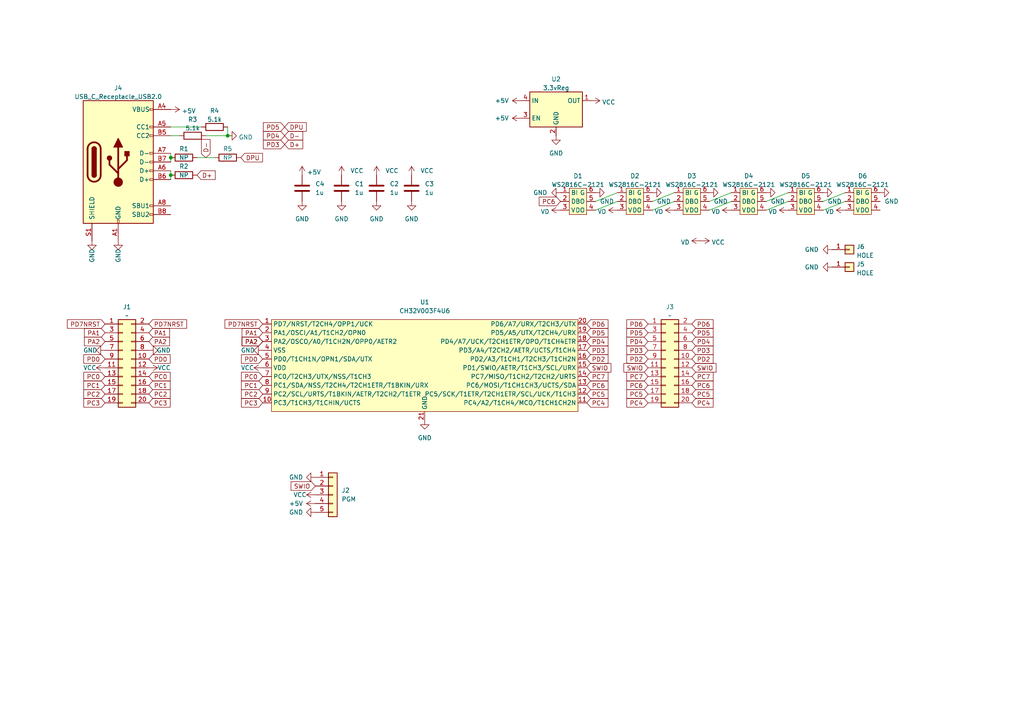
<source format=kicad_sch>
(kicad_sch (version 20211123) (generator eeschema)
  (paper "A4")
  (lib_symbols
    (symbol "CH32V003F4U6:CH32V003F4U6"
      (property "Reference" "U" (at 0 0 0))
      (property "Value" "CH32V003F4U6" (at 0 3.81 0))
      (symbol "CH32V003F4U6_0_1"
        (rectangle (start -44.45 12.7) (end 44.45 -13.97) (fill (type background)))
      )
      (symbol "CH32V003F4U6_1_1"
        (pin bidirectional line (at -46.99 11.43 0) (length 2.54) (name "PD7/NRST/T2CH4/OPP1/UCK") (number "1"))
        (pin bidirectional line (at -46.99 -11.43 0) (length 2.54) (name "PC3/T1CH3/T1CHIN/UCTS") (number "10"))
        (pin bidirectional line (at 46.99 -11.43 180) (length 2.54) (name "PC4/A2/T1CH4/MCO/T1CH1CH2N") (number "11"))
        (pin bidirectional line (at 46.99 -8.89 180) (length 2.54) (name "PC5/SCK/T1ETR/T2CH1ETR/SCL/UCK/T1CH3") (number "12"))
        (pin bidirectional line (at 46.99 -6.35 180) (length 2.54) (name "PC6/MOSI/T1CH1CH3/UCTS/SDA") (number "13"))
        (pin bidirectional line (at 46.99 -3.81 180) (length 2.54) (name "PC7/MISO/T1CH2/T2CH2/URTS") (number "14"))
        (pin bidirectional line (at 46.99 -1.27 180) (length 2.54) (name "PD1/SWIO/AETR/T1CH3/SCL/URX") (number "15"))
        (pin bidirectional line (at 46.99 1.27 180) (length 2.54) (name "PD2/A3/T1CH1/T2CH3/T1CH2N") (number "16"))
        (pin bidirectional line (at 46.99 3.81 180) (length 2.54) (name "PD3/A4/T2CH2/AETR/UCTS/T1CH4") (number "17"))
        (pin bidirectional line (at 46.99 6.35 180) (length 2.54) (name "PD4/A7/UCK/T2CH1ETR/OPO/T1CH4ETR") (number "18"))
        (pin bidirectional line (at 46.99 8.89 180) (length 2.54) (name "PD5/A5/UTX/T2CH4/URX") (number "19"))
        (pin bidirectional line (at -46.99 8.89 0) (length 2.54) (name "PA1/OSCI/A1/T1CH2/OPN0") (number "2"))
        (pin bidirectional line (at 46.99 11.43 180) (length 2.54) (name "PD6/A7/URX/T2CH3/UTX") (number "20"))
        (pin bidirectional line (at 0 -16.51 90) (length 2.54) (name "GND") (number "21"))
        (pin bidirectional line (at -46.99 6.35 0) (length 2.54) (name "PA2/OSCO/A0/T1CH2N/OPP0/AETR2") (number "3"))
        (pin bidirectional line (at -46.99 3.81 0) (length 2.54) (name "VSS") (number "4"))
        (pin bidirectional line (at -46.99 1.27 0) (length 2.54) (name "PD0/T1CH1N/OPN1/SDA/UTX") (number "5"))
        (pin bidirectional line (at -46.99 -1.27 0) (length 2.54) (name "VDD") (number "6"))
        (pin bidirectional line (at -46.99 -3.81 0) (length 2.54) (name "PC0/T2CH3/UTX/NSS/T1CH3") (number "7"))
        (pin bidirectional line (at -46.99 -6.35 0) (length 2.54) (name "PC1/SDA/NSS/T2CH4/T2CH1ETR/T1BKIN/URX") (number "8"))
        (pin bidirectional line (at -46.99 -8.89 0) (length 2.54) (name "PC2/SCL/URTS/T1BKIN/AETR/T2CH2/T1ETR") (number "9"))
      )
    )
    (symbol "Connector:USB_C_Receptacle_USB2.0" (pin_names (offset 1.016))
      (property "Reference" "J" (at -10.16 19.05 0))
      (property "Value" "USB_C_Receptacle_USB2.0" (at 19.05 19.05 0))
      (symbol "USB_C_Receptacle_USB2.0_0_0"
        (rectangle (start -0.254 -17.78) (end 0.254 -16.764))
        (rectangle (start 10.16 -14.986) (end 9.144 -15.494))
        (rectangle (start 10.16 -12.446) (end 9.144 -12.954))
        (rectangle (start 10.16 -4.826) (end 9.144 -5.334))
        (rectangle (start 10.16 -2.286) (end 9.144 -2.794))
        (rectangle (start 10.16 0.254) (end 9.144 -0.254))
        (rectangle (start 10.16 2.794) (end 9.144 2.286))
        (rectangle (start 10.16 7.874) (end 9.144 7.366))
        (rectangle (start 10.16 10.414) (end 9.144 9.906))
        (rectangle (start 10.16 15.494) (end 9.144 14.986))
      )
      (symbol "USB_C_Receptacle_USB2.0_0_1"
        (rectangle (start -10.16 17.78) (end 10.16 -17.78) (stroke (width 0.254)) (fill (type background)))
        (arc (start -8.89 -3.81) (mid -6.985 -5.715) (end -5.08 -3.81) (stroke (width 0.508)))
        (arc (start -7.62 -3.81) (mid -6.985 -4.445) (end -6.35 -3.81) (stroke (width 0.254)))
        (arc (start -7.62 -3.81) (mid -6.985 -4.445) (end -6.35 -3.81) (stroke (width 0.254)) (fill (type outline)))
        (rectangle (start -7.62 -3.81) (end -6.35 3.81) (stroke (width 0.254)) (fill (type outline)))
        (arc (start -6.35 3.81) (mid -6.985 4.445) (end -7.62 3.81) (stroke (width 0.254)))
        (arc (start -6.35 3.81) (mid -6.985 4.445) (end -7.62 3.81) (stroke (width 0.254)) (fill (type outline)))
        (arc (start -5.08 3.81) (mid -6.985 5.715) (end -8.89 3.81) (stroke (width 0.508)))
        (circle (center -2.54 1.143) (radius 0.635) (stroke (width 0.254)) (fill (type outline)))
        (circle (center 0 -5.842) (radius 1.27) (fill (type outline)))
        (polyline (pts (xy -8.89 -3.81) (xy -8.89 3.81)) (stroke (width 0.508)))
        (polyline (pts (xy -5.08 3.81) (xy -5.08 -3.81)) (stroke (width 0.508)))
        (polyline (pts (xy 0 -5.842) (xy 0 4.318)) (stroke (width 0.508)))
        (polyline (pts (xy 0 -3.302) (xy -2.54 -0.762) (xy -2.54 0.508)) (stroke (width 0.508)))
        (polyline (pts (xy 0 -2.032) (xy 2.54 0.508) (xy 2.54 1.778)) (stroke (width 0.508)))
        (polyline (pts (xy -1.27 4.318) (xy 0 6.858) (xy 1.27 4.318) (xy -1.27 4.318)) (stroke (width 0.254)) (fill (type outline)))
        (rectangle (start 1.905 1.778) (end 3.175 3.048) (stroke (width 0.254)) (fill (type outline)))
      )
      (symbol "USB_C_Receptacle_USB2.0_1_1"
        (pin passive line (at 0 -22.86 90) (length 5.08) (name "GND") (number "A1"))
        (pin passive line (at 0 -22.86 90) (length 5.08) hide (name "GND") (number "A12"))
        (pin passive line (at 15.24 15.24 180) (length 5.08) (name "VBUS") (number "A4"))
        (pin bidirectional line (at 15.24 10.16 180) (length 5.08) (name "CC1") (number "A5"))
        (pin bidirectional line (at 15.24 -2.54 180) (length 5.08) (name "D+") (number "A6"))
        (pin bidirectional line (at 15.24 2.54 180) (length 5.08) (name "D-") (number "A7"))
        (pin bidirectional line (at 15.24 -12.7 180) (length 5.08) (name "SBU1") (number "A8"))
        (pin passive line (at 15.24 15.24 180) (length 5.08) hide (name "VBUS") (number "A9"))
        (pin passive line (at 0 -22.86 90) (length 5.08) hide (name "GND") (number "B1"))
        (pin passive line (at 0 -22.86 90) (length 5.08) hide (name "GND") (number "B12"))
        (pin passive line (at 15.24 15.24 180) (length 5.08) hide (name "VBUS") (number "B4"))
        (pin bidirectional line (at 15.24 7.62 180) (length 5.08) (name "CC2") (number "B5"))
        (pin bidirectional line (at 15.24 -5.08 180) (length 5.08) (name "D+") (number "B6"))
        (pin bidirectional line (at 15.24 0 180) (length 5.08) (name "D-") (number "B7"))
        (pin bidirectional line (at 15.24 -15.24 180) (length 5.08) (name "SBU2") (number "B8"))
        (pin passive line (at 15.24 15.24 180) (length 5.08) hide (name "VBUS") (number "B9"))
        (pin passive line (at -7.62 -22.86 90) (length 5.08) (name "SHIELD") (number "S1"))
      )
    )
    (symbol "Connector_Generic:Conn_01x01" (pin_names (offset 1.016) hide)
      (property "Reference" "J" (at 0 2.54 0))
      (property "Value" "Conn_01x01" (at 0 -2.54 0))
      (symbol "Conn_01x01_1_1"
        (rectangle (start -1.27 0.127) (end 0 -0.127) (stroke (width 0.1524)))
        (rectangle (start -1.27 1.27) (end 1.27 -1.27) (stroke (width 0.254)) (fill (type background)))
        (pin passive line (at -5.08 0 0) (length 3.81) (name "Pin_1") (number "1"))
      )
    )
    (symbol "Connector_Generic:Conn_01x05" (pin_names (offset 1.016) hide)
      (property "Reference" "J" (at 0 7.62 0))
      (property "Value" "Conn_01x05" (at 0 -7.62 0))
      (symbol "Conn_01x05_1_1"
        (rectangle (start -1.27 -4.953) (end 0 -5.207) (stroke (width 0.1524)))
        (rectangle (start -1.27 -2.413) (end 0 -2.667) (stroke (width 0.1524)))
        (rectangle (start -1.27 0.127) (end 0 -0.127) (stroke (width 0.1524)))
        (rectangle (start -1.27 2.667) (end 0 2.413) (stroke (width 0.1524)))
        (rectangle (start -1.27 5.207) (end 0 4.953) (stroke (width 0.1524)))
        (rectangle (start -1.27 6.35) (end 1.27 -6.35) (stroke (width 0.254)) (fill (type background)))
        (pin passive line (at -5.08 5.08 0) (length 3.81) (name "Pin_1") (number "1"))
        (pin passive line (at -5.08 2.54 0) (length 3.81) (name "Pin_2") (number "2"))
        (pin passive line (at -5.08 0 0) (length 3.81) (name "Pin_3") (number "3"))
        (pin passive line (at -5.08 -2.54 0) (length 3.81) (name "Pin_4") (number "4"))
        (pin passive line (at -5.08 -5.08 0) (length 3.81) (name "Pin_5") (number "5"))
      )
    )
    (symbol "Connector_Generic:Conn_02x10_Odd_Even" (pin_names (offset 1.016) hide)
      (property "Reference" "J" (at 1.27 12.7 0))
      (property "Value" "Conn_02x10_Odd_Even" (at 1.27 -15.24 0))
      (symbol "Conn_02x10_Odd_Even_1_1"
        (rectangle (start -1.27 -12.573) (end 0 -12.827) (stroke (width 0.1524)))
        (rectangle (start -1.27 -10.033) (end 0 -10.287) (stroke (width 0.1524)))
        (rectangle (start -1.27 -7.493) (end 0 -7.747) (stroke (width 0.1524)))
        (rectangle (start -1.27 -4.953) (end 0 -5.207) (stroke (width 0.1524)))
        (rectangle (start -1.27 -2.413) (end 0 -2.667) (stroke (width 0.1524)))
        (rectangle (start -1.27 0.127) (end 0 -0.127) (stroke (width 0.1524)))
        (rectangle (start -1.27 2.667) (end 0 2.413) (stroke (width 0.1524)))
        (rectangle (start -1.27 5.207) (end 0 4.953) (stroke (width 0.1524)))
        (rectangle (start -1.27 7.747) (end 0 7.493) (stroke (width 0.1524)))
        (rectangle (start -1.27 10.287) (end 0 10.033) (stroke (width 0.1524)))
        (rectangle (start -1.27 11.43) (end 3.81 -13.97) (stroke (width 0.254)) (fill (type background)))
        (rectangle (start 3.81 -12.573) (end 2.54 -12.827) (stroke (width 0.1524)))
        (rectangle (start 3.81 -10.033) (end 2.54 -10.287) (stroke (width 0.1524)))
        (rectangle (start 3.81 -7.493) (end 2.54 -7.747) (stroke (width 0.1524)))
        (rectangle (start 3.81 -4.953) (end 2.54 -5.207) (stroke (width 0.1524)))
        (rectangle (start 3.81 -2.413) (end 2.54 -2.667) (stroke (width 0.1524)))
        (rectangle (start 3.81 0.127) (end 2.54 -0.127) (stroke (width 0.1524)))
        (rectangle (start 3.81 2.667) (end 2.54 2.413) (stroke (width 0.1524)))
        (rectangle (start 3.81 5.207) (end 2.54 4.953) (stroke (width 0.1524)))
        (rectangle (start 3.81 7.747) (end 2.54 7.493) (stroke (width 0.1524)))
        (rectangle (start 3.81 10.287) (end 2.54 10.033) (stroke (width 0.1524)))
        (pin passive line (at -5.08 10.16 0) (length 3.81) (name "Pin_1") (number "1"))
        (pin passive line (at 7.62 0 180) (length 3.81) (name "Pin_10") (number "10"))
        (pin passive line (at -5.08 -2.54 0) (length 3.81) (name "Pin_11") (number "11"))
        (pin passive line (at 7.62 -2.54 180) (length 3.81) (name "Pin_12") (number "12"))
        (pin passive line (at -5.08 -5.08 0) (length 3.81) (name "Pin_13") (number "13"))
        (pin passive line (at 7.62 -5.08 180) (length 3.81) (name "Pin_14") (number "14"))
        (pin passive line (at -5.08 -7.62 0) (length 3.81) (name "Pin_15") (number "15"))
        (pin passive line (at 7.62 -7.62 180) (length 3.81) (name "Pin_16") (number "16"))
        (pin passive line (at -5.08 -10.16 0) (length 3.81) (name "Pin_17") (number "17"))
        (pin passive line (at 7.62 -10.16 180) (length 3.81) (name "Pin_18") (number "18"))
        (pin passive line (at -5.08 -12.7 0) (length 3.81) (name "Pin_19") (number "19"))
        (pin passive line (at 7.62 10.16 180) (length 3.81) (name "Pin_2") (number "2"))
        (pin passive line (at 7.62 -12.7 180) (length 3.81) (name "Pin_20") (number "20"))
        (pin passive line (at -5.08 7.62 0) (length 3.81) (name "Pin_3") (number "3"))
        (pin passive line (at 7.62 7.62 180) (length 3.81) (name "Pin_4") (number "4"))
        (pin passive line (at -5.08 5.08 0) (length 3.81) (name "Pin_5") (number "5"))
        (pin passive line (at 7.62 5.08 180) (length 3.81) (name "Pin_6") (number "6"))
        (pin passive line (at -5.08 2.54 0) (length 3.81) (name "Pin_7") (number "7"))
        (pin passive line (at 7.62 2.54 180) (length 3.81) (name "Pin_8") (number "8"))
        (pin passive line (at -5.08 0 0) (length 3.81) (name "Pin_9") (number "9"))
      )
    )
    (symbol "Device:C" (pin_numbers hide) (pin_names (offset 0.254))
      (property "Reference" "C" (at 0.635 2.54 0))
      (property "Value" "C" (at 0.635 -2.54 0))
      (symbol "C_0_1"
        (polyline (pts (xy -2.032 -0.762) (xy 2.032 -0.762)) (stroke (width 0.508)))
        (polyline (pts (xy -2.032 0.762) (xy 2.032 0.762)) (stroke (width 0.508)))
      )
      (symbol "C_1_1"
        (pin passive line (at 0 3.81 270) (length 2.794) (name "~") (number "1"))
        (pin passive line (at 0 -3.81 90) (length 2.794) (name "~") (number "2"))
      )
    )
    (symbol "Device:R" (pin_numbers hide) (pin_names (offset 0))
      (property "Reference" "R" (at 2.032 0 90))
      (property "Value" "R" (at 0 0 90))
      (symbol "R_0_1"
        (rectangle (start -1.016 -2.54) (end 1.016 2.54) (stroke (width 0.254)))
      )
      (symbol "R_1_1"
        (pin passive line (at 0 3.81 270) (length 1.27) (name "~") (number "1"))
        (pin passive line (at 0 -3.81 90) (length 1.27) (name "~") (number "2"))
      )
    )
    (symbol "Regulator_Linear:NCP115AMX120TCG"
      (property "Reference" "U" (at 2.54 10.16 0))
      (property "Value" "NCP115AMX120TCG" (at 10.16 7.62 0))
      (symbol "NCP115AMX120TCG_0_1"
        (rectangle (start -7.62 5.08) (end 7.62 -5.08) (stroke (width 0.254)) (fill (type background)))
      )
      (symbol "NCP115AMX120TCG_1_1"
        (pin power_out line (at 10.16 2.54 180) (length 2.54) (name "OUT") (number "1"))
        (pin power_in line (at 0 -7.62 90) (length 2.54) (name "GND") (number "2"))
        (pin input line (at -10.16 -2.54 0) (length 2.54) (name "EN") (number "3"))
        (pin power_in line (at -10.16 2.54 0) (length 2.54) (name "IN") (number "4"))
        (pin passive line (at 0 -7.62 90) (length 2.54) hide (name "GND") (number "5"))
      )
    )
    (symbol "WS2816C:WS2816C-2121"
      (property "Reference" "D?" (at 0 8.89 0))
      (property "Value" "WS2816C-2121" (at 0 6.35 0))
      (symbol "WS2816C-2121_0_1"
        (rectangle (start -2.54 3.81) (end 2.54 -3.81) (fill (type background)))
      )
      (symbol "WS2816C-2121_1_1"
        (pin input line (at -5.08 2.54 0) (length 2.54) (name "BI") (number "1"))
        (pin input line (at -5.08 0 0) (length 2.54) (name "DI") (number "2"))
        (pin power_in line (at -5.08 -2.54 0) (length 2.54) (name "V") (number "3"))
        (pin output line (at 5.08 -2.54 180) (length 2.54) (name "DO") (number "4"))
        (pin output line (at 5.08 0 180) (length 2.54) (name "BO") (number "5"))
        (pin power_in line (at 5.08 2.54 180) (length 2.54) (name "G") (number "6"))
      )
    )
    (symbol "power:+5V" (power) (pin_names (offset 0))
      (property "Value" "+5V" (at 0 3.556 0))
      (symbol "+5V_0_1"
        (polyline (pts (xy -0.762 1.27) (xy 0 2.54)))
        (polyline (pts (xy 0 0) (xy 0 2.54)))
        (polyline (pts (xy 0 2.54) (xy 0.762 1.27)))
      )
      (symbol "+5V_1_1"
        (pin power_in line (at 0 0 90) (length 0) hide (name "+5V") (number "1"))
      )
    )
    (symbol "power:GND" (power) (pin_names (offset 0))
      (property "Value" "GND" (at 0 -3.81 0))
      (symbol "GND_0_1"
        (polyline (pts (xy 0 0) (xy 0 -1.27) (xy 1.27 -1.27) (xy 0 -2.54) (xy -1.27 -1.27) (xy 0 -1.27)))
      )
      (symbol "GND_1_1"
        (pin power_in line (at 0 0 270) (length 0) hide (name "GND") (number "1"))
      )
    )
    (symbol "power:VCC" (power) (pin_names (offset 0))
      (property "Value" "VCC" (at 0 3.81 0))
      (symbol "VCC_0_1"
        (polyline (pts (xy -0.762 1.27) (xy 0 2.54)))
        (polyline (pts (xy 0 0) (xy 0 2.54)))
        (polyline (pts (xy 0 2.54) (xy 0.762 1.27)))
      )
      (symbol "VCC_1_1"
        (pin power_in line (at 0 0 90) (length 0) hide (name "VCC") (number "1"))
      )
    )
    (symbol "power:VD" (power) (pin_names (offset 0))
      (property "Value" "VD" (at 0 3.81 0))
      (symbol "VD_0_1"
        (polyline (pts (xy -0.762 1.27) (xy 0 2.54)))
        (polyline (pts (xy 0 0) (xy 0 2.54)))
        (polyline (pts (xy 0 2.54) (xy 0.762 1.27)))
      )
      (symbol "VD_1_1"
        (pin power_in line (at 0 0 90) (length 0) hide (name "VD") (number "1"))
      )
    )
  )
  (junction (at 49.53 50.8))
  (junction (at 66.04 39.37))
  (junction (at 49.53 45.72))
  (wire (pts (xy 57.15 45.72) (xy 62.23 45.72)))
  (wire (pts (xy 245.11 58.42) (xy 238.76 60.96)))
  (wire (pts (xy 52.07 39.37) (xy 49.53 39.37)))
  (wire (pts (xy 195.58 55.88) (xy 189.23 58.42)))
  (wire (pts (xy 228.6 58.42) (xy 222.25 60.96)))
  (wire (pts (xy 66.04 39.37) (xy 66.04 36.83)))
  (wire (pts (xy 49.53 49.53) (xy 49.53 50.8)))
  (wire (pts (xy 179.07 58.42) (xy 172.72 60.96)))
  (wire (pts (xy 245.11 55.88) (xy 238.76 58.42)))
  (wire (pts (xy 49.53 45.72) (xy 49.53 46.99)))
  (wire (pts (xy 195.58 58.42) (xy 189.23 60.96)))
  (wire (pts (xy 59.69 39.37) (xy 66.04 39.37)))
  (wire (pts (xy 228.6 55.88) (xy 222.25 58.42)))
  (wire (pts (xy 212.09 55.88) (xy 205.74 58.42)))
  (wire (pts (xy 49.53 44.45) (xy 49.53 45.72)))
  (wire (pts (xy 58.42 36.83) (xy 49.53 36.83)))
  (wire (pts (xy 179.07 55.88) (xy 172.72 58.42)))
  (wire (pts (xy 49.53 50.8) (xy 49.53 52.07)))
  (wire (pts (xy 212.09 58.42) (xy 205.74 60.96)))
  (global_label "PC5" (shape input) (at 187.96 114.3 180) (property "Intersheet References" "${INTERSHEET_REFS}" (effects hide)))
  (global_label "PC3" (shape input) (at 30.48 116.84 180) (property "Intersheet References" "${INTERSHEET_REFS}" (effects hide)))
  (global_label "PA1" (shape input) (at 43.18 96.52 0) (property "Intersheet References" "${INTERSHEET_REFS}" (effects hide)))
  (global_label "PD6" (shape input) (at 170.18 93.98 0) (property "Intersheet References" "${INTERSHEET_REFS}" (effects hide)))
  (global_label "D+" (shape input) (at 82.55 41.91 0) (property "Intersheet References" "${INTERSHEET_REFS}" (effects hide)))
  (global_label "PC6" (shape input) (at 200.66 111.76 0) (property "Intersheet References" "${INTERSHEET_REFS}" (effects hide)))
  (global_label "SWIO" (shape input) (at 200.66 106.68 0) (property "Intersheet References" "${INTERSHEET_REFS}" (effects hide)))
  (global_label "PD2" (shape input) (at 170.18 104.14 0) (property "Intersheet References" "${INTERSHEET_REFS}" (effects hide)))
  (global_label "PC5" (shape input) (at 170.18 114.3 0) (property "Intersheet References" "${INTERSHEET_REFS}" (effects hide)))
  (global_label "PA2" (shape input) (at 76.2 99.06 180) (property "Intersheet References" "${INTERSHEET_REFS}" (effects hide)))
  (global_label "PD0" (shape input) (at 30.48 104.14 180) (property "Intersheet References" "${INTERSHEET_REFS}" (effects hide)))
  (global_label "PC3" (shape input) (at 43.18 116.84 0) (property "Intersheet References" "${INTERSHEET_REFS}" (effects hide)))
  (global_label "PD5" (shape input) (at 187.96 96.52 180) (property "Intersheet References" "${INTERSHEET_REFS}" (effects hide)))
  (global_label "PC0" (shape input) (at 76.2 109.22 180) (property "Intersheet References" "${INTERSHEET_REFS}" (effects hide)))
  (global_label "PD4" (shape input) (at 170.18 99.06 0) (property "Intersheet References" "${INTERSHEET_REFS}" (effects hide)))
  (global_label "PC1" (shape input) (at 43.18 111.76 0) (property "Intersheet References" "${INTERSHEET_REFS}" (effects hide)))
  (global_label "PC3" (shape input) (at 76.2 116.84 180) (property "Intersheet References" "${INTERSHEET_REFS}" (effects hide)))
  (global_label "PD5" (shape input) (at 200.66 96.52 0) (property "Intersheet References" "${INTERSHEET_REFS}" (effects hide)))
  (global_label "PD6" (shape input) (at 200.66 93.98 0) (property "Intersheet References" "${INTERSHEET_REFS}" (effects hide)))
  (global_label "PA2" (shape input) (at 43.18 99.06 0) (property "Intersheet References" "${INTERSHEET_REFS}" (effects hide)))
  (global_label "PD7NRST" (shape input) (at 43.18 93.98 0) (property "Intersheet References" "${INTERSHEET_REFS}" (effects hide)))
  (global_label "PA1" (shape input) (at 76.2 96.52 180) (property "Intersheet References" "${INTERSHEET_REFS}" (effects hide)))
  (global_label "PC6" (shape input) (at 162.56 58.42 180) (property "Intersheet References" "${INTERSHEET_REFS}" (effects hide)))
  (global_label "PA2" (shape input) (at 30.48 99.06 180) (property "Intersheet References" "${INTERSHEET_REFS}" (effects hide)))
  (global_label "PD7NRST" (shape input) (at 76.2 93.98 180) (property "Intersheet References" "${INTERSHEET_REFS}" (effects hide)))
  (global_label "PC1" (shape input) (at 76.2 111.76 180) (property "Intersheet References" "${INTERSHEET_REFS}" (effects hide)))
  (global_label "PC7" (shape input) (at 187.96 109.22 180) (property "Intersheet References" "${INTERSHEET_REFS}" (effects hide)))
  (global_label "D-" (shape input) (at 82.55 39.37 0) (property "Intersheet References" "${INTERSHEET_REFS}" (effects hide)))
  (global_label "PC2" (shape input) (at 30.48 114.3 180) (property "Intersheet References" "${INTERSHEET_REFS}" (effects hide)))
  (global_label "PC4" (shape input) (at 187.96 116.84 180) (property "Intersheet References" "${INTERSHEET_REFS}" (effects hide)))
  (global_label "PC5" (shape input) (at 200.66 114.3 0) (property "Intersheet References" "${INTERSHEET_REFS}" (effects hide)))
  (global_label "PD4" (shape input) (at 82.55 39.37 180) (property "Intersheet References" "${INTERSHEET_REFS}" (effects hide)))
  (global_label "PC2" (shape input) (at 43.18 114.3 0) (property "Intersheet References" "${INTERSHEET_REFS}" (effects hide)))
  (global_label "PD7NRST" (shape input) (at 30.48 93.98 180) (property "Intersheet References" "${INTERSHEET_REFS}" (effects hide)))
  (global_label "PD3" (shape input) (at 170.18 101.6 0) (property "Intersheet References" "${INTERSHEET_REFS}" (effects hide)))
  (global_label "PD2" (shape input) (at 200.66 104.14 0) (property "Intersheet References" "${INTERSHEET_REFS}" (effects hide)))
  (global_label "D-" (shape input) (at 59.69 45.72 90) (property "Intersheet References" "${INTERSHEET_REFS}" (effects hide)))
  (global_label "PC0" (shape input) (at 30.48 109.22 180) (property "Intersheet References" "${INTERSHEET_REFS}" (effects hide)))
  (global_label "PC1" (shape input) (at 30.48 111.76 180) (property "Intersheet References" "${INTERSHEET_REFS}" (effects hide)))
  (global_label "PC7" (shape input) (at 170.18 109.22 0) (property "Intersheet References" "${INTERSHEET_REFS}" (effects hide)))
  (global_label "PD3" (shape input) (at 200.66 101.6 0) (property "Intersheet References" "${INTERSHEET_REFS}" (effects hide)))
  (global_label "DPU" (shape input) (at 69.85 45.72 0) (property "Intersheet References" "${INTERSHEET_REFS}" (effects hide)))
  (global_label "DPU" (shape input) (at 82.55 36.83 0) (property "Intersheet References" "${INTERSHEET_REFS}" (effects hide)))
  (global_label "D+" (shape input) (at 57.15 50.8 0) (property "Intersheet References" "${INTERSHEET_REFS}" (effects hide)))
  (global_label "PD3" (shape input) (at 187.96 101.6 180) (property "Intersheet References" "${INTERSHEET_REFS}" (effects hide)))
  (global_label "PD0" (shape input) (at 76.2 104.14 180) (property "Intersheet References" "${INTERSHEET_REFS}" (effects hide)))
  (global_label "PC6" (shape input) (at 170.18 111.76 0) (property "Intersheet References" "${INTERSHEET_REFS}" (effects hide)))
  (global_label "SWIO" (shape input) (at 91.44 140.97 180) (property "Intersheet References" "${INTERSHEET_REFS}" (effects hide)))
  (global_label "SWIO" (shape input) (at 187.96 106.68 180) (property "Intersheet References" "${INTERSHEET_REFS}" (effects hide)))
  (global_label "PC6" (shape input) (at 187.96 111.76 180) (property "Intersheet References" "${INTERSHEET_REFS}" (effects hide)))
  (global_label "PC2" (shape input) (at 76.2 114.3 180) (property "Intersheet References" "${INTERSHEET_REFS}" (effects hide)))
  (global_label "PD5" (shape input) (at 170.18 96.52 0) (property "Intersheet References" "${INTERSHEET_REFS}" (effects hide)))
  (global_label "PD3" (shape input) (at 82.55 41.91 180) (property "Intersheet References" "${INTERSHEET_REFS}" (effects hide)))
  (global_label "PA2" (shape input) (at 76.2 99.06 180) (property "Intersheet References" "${INTERSHEET_REFS}" (effects hide)))
  (global_label "PD4" (shape input) (at 187.96 99.06 180) (property "Intersheet References" "${INTERSHEET_REFS}" (effects hide)))
  (global_label "PC0" (shape input) (at 43.18 109.22 0) (property "Intersheet References" "${INTERSHEET_REFS}" (effects hide)))
  (global_label "PC4" (shape input) (at 170.18 116.84 0) (property "Intersheet References" "${INTERSHEET_REFS}" (effects hide)))
  (global_label "PA1" (shape input) (at 30.48 96.52 180) (property "Intersheet References" "${INTERSHEET_REFS}" (effects hide)))
  (global_label "PD5" (shape input) (at 82.55 36.83 180) (property "Intersheet References" "${INTERSHEET_REFS}" (effects hide)))
  (global_label "PC7" (shape input) (at 200.66 109.22 0) (property "Intersheet References" "${INTERSHEET_REFS}" (effects hide)))
  (global_label "PD2" (shape input) (at 187.96 104.14 180) (property "Intersheet References" "${INTERSHEET_REFS}" (effects hide)))
  (global_label "PD4" (shape input) (at 200.66 99.06 0) (property "Intersheet References" "${INTERSHEET_REFS}" (effects hide)))
  (global_label "PC4" (shape input) (at 200.66 116.84 0) (property "Intersheet References" "${INTERSHEET_REFS}" (effects hide)))
  (global_label "PD0" (shape input) (at 43.18 104.14 0) (property "Intersheet References" "${INTERSHEET_REFS}" (effects hide)))
  (global_label "SWIO" (shape input) (at 170.18 106.68 0) (property "Intersheet References" "${INTERSHEET_REFS}" (effects hide)))
  (global_label "PD6" (shape input) (at 187.96 93.98 180) (property "Intersheet References" "${INTERSHEET_REFS}" (effects hide)))
  (symbol (lib_id "power:VCC") (at 203.2 69.85 270) (unit 1)
    (property "Reference" "#PWR0140" (effects hide))
    (property "Value" "VCC" (at 206.375 70.2838 90) (effects (justify left)))
  )
  (symbol (lib_id "power:GND") (at 241.3 77.47 270) (unit 1)
    (property "Reference" "#PWR0132" (effects hide))
    (property "Value" "GND" (at 237.49 77.47 90) (effects (justify right)))
  )
  (symbol (lib_id "power:GND") (at 99.06 58.42 0) (unit 1)
    (property "Reference" "#PWR0103" (effects hide))
    (property "Value" "GND" (at 99.06 63.5 0))
  )
  (symbol (lib_id "power:+5V") (at 151.13 34.29 90) (unit 1)
    (property "Reference" "#PWR0138" (effects hide))
    (property "Value" "+5V" (at 143.51 34.29 90) (effects (justify right)))
  )
  (symbol (lib_id "Regulator_Linear:NCP115AMX120TCG") (at 161.29 31.75 0) (unit 1)
    (property "Reference" "U2" (at 161.29 22.9702 0))
    (property "Value" "3.3vReg" (at 161.29 25.5071 0))
    (property "Footprint" "Package_DFN_QFN:OnSemi_XDFN4-1EP_1.0x1.0mm_EP0.52x0.52mm" (effects hide))
    (property "Datasheet" "https://www.onsemi.com/pub/Collateral/NCP115-D.PDF" (effects hide))
    (property "LCSC" "C81114" (effects hide))
  )
  (symbol (lib_id "power:VCC") (at 99.06 50.8 0) (unit 1)
    (property "Reference" "#PWR0102" (effects hide))
    (property "Value" "VCC" (at 101.6 49.5299 0) (effects (justify left)))
  )
  (symbol (lib_id "WS2816C:WS2816C-2121") (at 233.68 58.42 0) (unit 1)
    (property "Reference" "D5" (at 233.68 51.0372 0))
    (property "Value" "WS2816C-2121" (at 233.68 53.5741 0))
    (property "Footprint" "WS2816-2121:WS2816-2121" (effects hide))
    (property "LCSC" "C965561" (effects hide))
  )
  (symbol (lib_id "WS2816C:WS2816C-2121") (at 184.15 58.42 0) (unit 1)
    (property "Reference" "D2" (at 184.15 51.0372 0))
    (property "Value" "WS2816C-2121" (at 184.15 53.5741 0))
    (property "Footprint" "WS2816-2121:WS2816-2121" (effects hide))
    (property "LCSC" "C965561" (effects hide))
  )
  (symbol (lib_id "power:GND") (at 30.48 101.6 270) (unit 1)
    (property "Reference" "#PWR0116" (effects hide))
    (property "Value" "GND" (at 24.13 101.6 90) (effects (justify left)))
  )
  (symbol (lib_id "power:VD") (at 203.2 69.85 90) (unit 1)
    (property "Reference" "#PWR0130" (effects hide))
    (property "Value" "VD" (at 200.025 70.2838 90) (effects (justify left)))
  )
  (symbol (lib_id "WS2816C:WS2816C-2121") (at 167.64 58.42 0) (unit 1)
    (property "Reference" "D1" (at 167.64 51.0372 0))
    (property "Value" "WS2816C-2121" (at 167.64 53.5741 0))
    (property "Footprint" "WS2816-2121:WS2816-2121" (effects hide))
    (property "LCSC" "C965561" (effects hide))
  )
  (symbol (lib_id "Device:R") (at 66.04 45.72 90) (unit 1)
    (property "Reference" "R5" (at 66.04 43.18 90))
    (property "Value" "NP" (at 66.04 45.72 90))
    (property "Footprint" "Resistor_SMD:R_0402_1005Metric" (effects hide))
  )
  (symbol (lib_id "power:VD") (at 162.56 60.96 90) (unit 1)
    (property "Reference" "#PWR0141" (effects hide))
    (property "Value" "VD" (at 159.385 61.3938 90) (effects (justify left)))
  )
  (symbol (lib_id "power:GND") (at 26.67 69.85 0) (unit 1)
    (property "Reference" "#PWR0120" (effects hide))
    (property "Value" "GND" (at 26.67 76.2 90) (effects (justify left)))
  )
  (symbol (lib_id "WS2816C:WS2816C-2121") (at 250.19 58.42 0) (unit 1)
    (property "Reference" "D6" (at 250.19 51.0372 0))
    (property "Value" "WS2816C-2121" (at 250.19 53.5741 0))
    (property "Footprint" "WS2816-2121:WS2816-2121" (effects hide))
    (property "LCSC" "C965561" (effects hide))
  )
  (symbol (lib_id "power:GND") (at 255.27 55.88 90) (unit 1)
    (property "Reference" "#PWR0126" (effects hide))
    (property "Value" "GND" (at 256.54 58.42 90) (effects (justify right)))
  )
  (symbol (lib_id "Device:C") (at 109.22 54.61 0) (unit 1)
    (property "Reference" "C2" (at 113.03 53.3399 0) (effects (justify left)))
    (property "Value" "1u" (at 113.03 55.8799 0) (effects (justify left)))
    (property "Footprint" "Capacitor_SMD:C_0402_1005Metric" (effects hide))
    (property "LCSC" "C237173" (effects hide))
  )
  (symbol (lib_id "power:GND") (at 189.23 55.88 90) (unit 1)
    (property "Reference" "#PWR0119" (effects hide))
    (property "Value" "GND" (at 190.5 58.42 90) (effects (justify right)))
  )
  (symbol (lib_id "power:GND") (at 91.44 138.43 270) (unit 1)
    (property "Reference" "#PWR0115" (effects hide))
    (property "Value" "GND" (at 83.82 138.43 90) (effects (justify left)))
  )
  (symbol (lib_id "power:+5V") (at 49.53 31.75 270) (unit 1)
    (property "Reference" "#PWR0133" (effects hide))
    (property "Value" "+5V" (at 52.705 32.1838 90) (effects (justify left)))
  )
  (symbol (lib_id "power:+5V") (at 151.13 29.21 90) (unit 1)
    (property "Reference" "#PWR0137" (effects hide))
    (property "Value" "+5V" (at 143.51 29.21 90) (effects (justify right)))
  )
  (symbol (lib_id "power:GND") (at 222.25 55.88 90) (unit 1)
    (property "Reference" "#PWR0123" (effects hide))
    (property "Value" "GND" (at 223.52 58.42 90) (effects (justify right)))
  )
  (symbol (lib_id "power:+5V") (at 87.63 50.8 0) (unit 1)
    (property "Reference" "#PWR0135" (effects hide))
    (property "Value" "+5V" (at 89.027 49.9638 0) (effects (justify left)))
  )
  (symbol (lib_id "power:GND") (at 241.3 72.39 270) (unit 1)
    (property "Reference" "#PWR09" (effects hide))
    (property "Value" "GND" (at 237.49 72.39 90) (effects (justify right)))
  )
  (symbol (lib_id "Connector:USB_C_Receptacle_USB2.0") (at 34.29 46.99 0) (unit 1)
    (property "Reference" "J4" (at 34.29 25.5102 0))
    (property "Value" "USB_C_Receptacle_USB2.0" (at 34.29 28.0471 0))
    (property "Footprint" "Connector_USB:USB_C_Receptacle_HRO_TYPE-C-31-M-12" (effects hide))
    (property "Datasheet" "https://www.usb.org/sites/default/files/documents/usb_type-c.zip" (effects hide))
    (property "LCSC" "C709358" (effects hide))
  )
  (symbol (lib_id "power:GND") (at 109.22 58.42 0) (unit 1)
    (property "Reference" "#PWR0101" (effects hide))
    (property "Value" "GND" (at 109.22 63.5 0))
  )
  (symbol (lib_id "power:GND") (at 172.72 55.88 90) (unit 1)
    (property "Reference" "#PWR0104" (effects hide))
    (property "Value" "GND" (at 173.99 58.42 90) (effects (justify right)))
  )
  (symbol (lib_id "Connector_Generic:Conn_01x05") (at 96.52 143.51 0) (unit 1)
    (property "Reference" "J2" (at 99.06 142.2399 0) (effects (justify left)))
    (property "Value" "PGM" (at 99.06 144.7799 0) (effects (justify left)))
    (property "Footprint" "Connector_PinHeader_2.54mm:PinHeader_1x05_P2.54mm_Vertical" (effects hide))
    (property "LCSC" "C492404" (effects hide))
  )
  (symbol (lib_id "WS2816C:WS2816C-2121") (at 200.66 58.42 0) (unit 1)
    (property "Reference" "D3" (at 200.66 51.0372 0))
    (property "Value" "WS2816C-2121" (at 200.66 53.5741 0))
    (property "Footprint" "WS2816-2121:WS2816-2121" (effects hide))
    (property "LCSC" "C965561" (effects hide))
  )
  (symbol (lib_id "Device:R") (at 53.34 50.8 90) (unit 1)
    (property "Reference" "R2" (at 53.34 48.26 90))
    (property "Value" "NP" (at 53.34 50.8 90))
    (property "Footprint" "Resistor_SMD:R_0402_1005Metric" (effects hide))
  )
  (symbol (lib_id "power:GND") (at 87.63 58.42 0) (unit 1)
    (property "Reference" "#PWR0134" (effects hide))
    (property "Value" "GND" (at 87.63 63.5 0))
  )
  (symbol (lib_id "Connector_Generic:Conn_02x10_Odd_Even") (at 35.56 104.14 0) (unit 1)
    (property "Reference" "J1" (at 36.83 89.0102 0))
    (property "Value" "~" (at 36.83 91.5471 0))
    (property "Footprint" "Connector_PinHeader_2.54mm:PinHeader_2x10_P2.54mm_Vertical" (effects hide))
  )
  (symbol (lib_id "power:VCC") (at 91.44 143.51 90) (unit 1)
    (property "Reference" "#PWR0106" (effects hide))
    (property "Value" "VCC" (at 85.09 143.51 90) (effects (justify right)))
  )
  (symbol (lib_id "power:+5V") (at 91.44 146.05 90) (unit 1)
    (property "Reference" "#PWR0113" (effects hide))
    (property "Value" "+5V" (at 83.82 146.05 90) (effects (justify right)))
  )
  (symbol (lib_id "power:VCC") (at 76.2 106.68 90) (unit 1)
    (property "Reference" "#PWR0111" (effects hide))
    (property "Value" "VCC" (at 69.85 106.68 90) (effects (justify right)))
  )
  (symbol (lib_id "CH32V003F4U6:CH32V003F4U6") (at 123.19 105.41 0) (unit 1)
    (property "Reference" "U1" (at 123.19 87.63 0))
    (property "Value" "CH32V003F4U6" (at 123.19 90.17 0))
    (property "Footprint" "Package_DFN_QFN:QFN-20-1EP_3x3mm_P0.4mm_EP1.65x1.65mm" (effects hide))
    (property "LCSC" "C5299908" (effects hide))
  )
  (symbol (lib_id "power:VCC") (at 30.48 106.68 90) (unit 1)
    (property "Reference" "#PWR0114" (effects hide))
    (property "Value" "VCC" (at 24.13 106.68 90) (effects (justify right)))
  )
  (symbol (lib_id "Device:R") (at 62.23 36.83 90) (unit 1)
    (property "Reference" "R4" (at 62.23 32.1142 90))
    (property "Value" "5.1k" (at 62.23 34.6511 90))
    (property "Footprint" "Resistor_SMD:R_0402_1005Metric" (effects hide))
    (property "LCSC" "C258132" (effects hide))
  )
  (symbol (lib_id "power:VCC") (at 109.22 50.8 0) (unit 1)
    (property "Reference" "#PWR0108" (effects hide))
    (property "Value" "VCC" (at 111.76 49.5299 0) (effects (justify left)))
  )
  (symbol (lib_id "WS2816C:WS2816C-2121") (at 217.17 58.42 0) (unit 1)
    (property "Reference" "D4" (at 217.17 51.0372 0))
    (property "Value" "WS2816C-2121" (at 217.17 53.5741 0))
    (property "Footprint" "WS2816-2121:WS2816-2121" (effects hide))
    (property "LCSC" "C965561" (effects hide))
  )
  (symbol (lib_id "power:GND") (at 76.2 101.6 270) (unit 1)
    (property "Reference" "#PWR0112" (effects hide))
    (property "Value" "GND" (at 69.85 101.6 90) (effects (justify left)))
  )
  (symbol (lib_id "power:GND") (at 43.18 101.6 90) (mirror x) (unit 1)
    (property "Reference" "#PWR0143" (effects hide))
    (property "Value" "GND" (at 49.53 101.6 90) (effects (justify left)))
  )
  (symbol (lib_id "Connector_Generic:Conn_01x01") (at 246.38 72.39 0) (unit 1)
    (property "Reference" "J6" (at 248.412 71.5553 0) (effects (justify left)))
    (property "Value" "HOLE" (at 248.412 74.0922 0) (effects (justify left)))
    (property "Footprint" "MountingHole:MountingHole_2.2mm_M2_DIN965_Pad" (effects hide))
  )
  (symbol (lib_id "power:VD") (at 228.6 60.96 90) (unit 1)
    (property "Reference" "#PWR0128" (effects hide))
    (property "Value" "VD" (at 225.425 61.3938 90) (effects (justify left)))
  )
  (symbol (lib_id "power:VD") (at 179.07 60.96 90) (unit 1)
    (property "Reference" "#PWR0142" (effects hide))
    (property "Value" "VD" (at 175.895 61.3938 90) (effects (justify left)))
  )
  (symbol (lib_id "power:GND") (at 119.38 58.42 0) (unit 1)
    (property "Reference" "#PWR0109" (effects hide))
    (property "Value" "GND" (at 119.38 63.5 0))
  )
  (symbol (lib_id "power:GND") (at 66.04 39.37 90) (unit 1)
    (property "Reference" "#PWR0121" (effects hide))
    (property "Value" "GND" (at 69.215 39.8038 90) (effects (justify right)))
  )
  (symbol (lib_id "power:GND") (at 161.29 39.37 0) (unit 1)
    (property "Reference" "#PWR0136" (effects hide))
    (property "Value" "GND" (at 161.29 44.45 0))
  )
  (symbol (lib_id "power:GND") (at 123.19 121.92 0) (unit 1)
    (property "Reference" "#PWR0117" (effects hide))
    (property "Value" "GND" (at 123.19 127 0))
  )
  (symbol (lib_id "power:VCC") (at 119.38 50.8 0) (unit 1)
    (property "Reference" "#PWR0110" (effects hide))
    (property "Value" "VCC" (at 121.92 49.5299 0) (effects (justify left)))
  )
  (symbol (lib_id "Device:C") (at 99.06 54.61 0) (unit 1)
    (property "Reference" "C1" (at 102.87 53.3399 0) (effects (justify left)))
    (property "Value" "1u" (at 102.87 55.8799 0) (effects (justify left)))
    (property "Footprint" "Capacitor_SMD:C_0402_1005Metric" (effects hide))
    (property "LCSC" "C237173" (effects hide))
  )
  (symbol (lib_id "power:GND") (at 205.74 55.88 90) (unit 1)
    (property "Reference" "#PWR0122" (effects hide))
    (property "Value" "GND" (at 207.01 58.42 90) (effects (justify right)))
  )
  (symbol (lib_id "power:VCC") (at 43.18 106.68 270) (mirror x) (unit 1)
    (property "Reference" "#PWR0131" (effects hide))
    (property "Value" "VCC" (at 49.53 106.68 90) (effects (justify right)))
  )
  (symbol (lib_id "power:VD") (at 245.11 60.96 90) (unit 1)
    (property "Reference" "#PWR0124" (effects hide))
    (property "Value" "VD" (at 241.935 61.3938 90) (effects (justify left)))
  )
  (symbol (lib_id "power:GND") (at 162.56 55.88 270) (unit 1)
    (property "Reference" "#PWR0105" (effects hide))
    (property "Value" "GND" (at 158.75 55.88 90) (effects (justify right)))
  )
  (symbol (lib_id "power:GND") (at 91.44 148.59 270) (unit 1)
    (property "Reference" "#PWR0118" (effects hide))
    (property "Value" "GND" (at 83.82 148.59 90) (effects (justify left)))
  )
  (symbol (lib_id "power:VCC") (at 171.45 29.21 270) (unit 1)
    (property "Reference" "#PWR0139" (effects hide))
    (property "Value" "VCC" (at 174.625 29.6438 90) (effects (justify left)))
  )
  (symbol (lib_id "Device:C") (at 87.63 54.61 0) (unit 1)
    (property "Reference" "C4" (at 91.44 53.3399 0) (effects (justify left)))
    (property "Value" "1u" (at 91.44 55.8799 0) (effects (justify left)))
    (property "Footprint" "Capacitor_SMD:C_0402_1005Metric" (effects hide))
    (property "LCSC" "C237173" (effects hide))
  )
  (symbol (lib_id "power:VD") (at 212.09 60.96 90) (unit 1)
    (property "Reference" "#PWR0125" (effects hide))
    (property "Value" "VD" (at 208.915 61.3938 90) (effects (justify left)))
  )
  (symbol (lib_id "Device:C") (at 119.38 54.61 0) (unit 1)
    (property "Reference" "C3" (at 123.19 53.3399 0) (effects (justify left)))
    (property "Value" "1u" (at 123.19 55.8799 0) (effects (justify left)))
    (property "Footprint" "Capacitor_SMD:C_0402_1005Metric" (effects hide))
    (property "LCSC" "C237173" (effects hide))
  )
  (symbol (lib_id "Connector_Generic:Conn_01x01") (at 246.38 77.47 0) (unit 1)
    (property "Reference" "J5" (at 248.412 76.6353 0) (effects (justify left)))
    (property "Value" "HOLE" (at 248.412 79.1722 0) (effects (justify left)))
    (property "Footprint" "MountingHole:MountingHole_2.2mm_M2_DIN965_Pad" (effects hide))
  )
  (symbol (lib_id "Connector_Generic:Conn_02x10_Odd_Even") (at 193.04 104.14 0) (unit 1)
    (property "Reference" "J3" (at 194.31 89.0102 0))
    (property "Value" "~" (at 194.31 91.5471 0))
    (property "Footprint" "Connector_PinHeader_2.54mm:PinHeader_2x10_P2.54mm_Vertical" (effects hide))
  )
  (symbol (lib_id "Device:R") (at 53.34 45.72 90) (unit 1)
    (property "Reference" "R1" (at 53.34 43.18 90))
    (property "Value" "NP" (at 53.34 45.72 90))
    (property "Footprint" "Resistor_SMD:R_0402_1005Metric" (effects hide))
  )
  (symbol (lib_id "power:VD") (at 195.58 60.96 90) (unit 1)
    (property "Reference" "#PWR0129" (effects hide))
    (property "Value" "VD" (at 192.405 61.3938 90) (effects (justify left)))
  )
  (symbol (lib_id "power:GND") (at 34.29 69.85 0) (unit 1)
    (property "Reference" "#PWR0107" (effects hide))
    (property "Value" "GND" (at 34.29 76.2 90) (effects (justify left)))
  )
  (symbol (lib_id "power:GND") (at 238.76 55.88 90) (unit 1)
    (property "Reference" "#PWR0127" (effects hide))
    (property "Value" "GND" (at 240.03 58.42 90) (effects (justify right)))
  )
  (symbol (lib_id "Device:R") (at 55.88 39.37 90) (unit 1)
    (property "Reference" "R3" (at 55.88 34.6542 90))
    (property "Value" "5.1k" (at 55.88 37.1911 90))
    (property "Footprint" "Resistor_SMD:R_0402_1005Metric" (effects hide))
    (property "LCSC" "C258132" (effects hide))
  )
)
</source>
